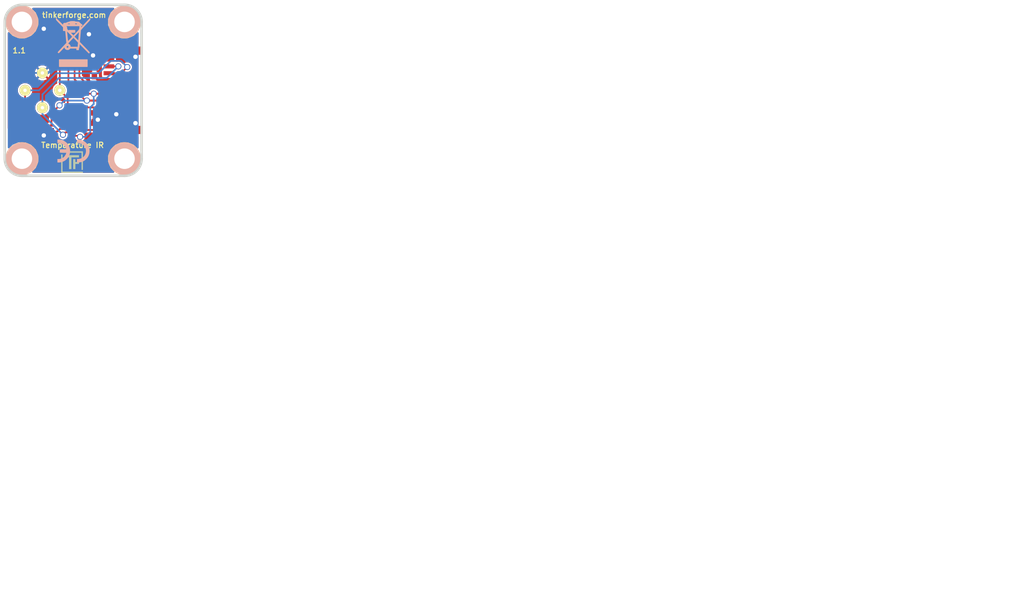
<source format=kicad_pcb>
(kicad_pcb (version 4) (host pcbnew 4.0.7-e2-6376~58~ubuntu17.04.1)
  (title_block (title "Temperature IR Bricklet") (date "18 jan 2013") (rev 1.1) (company "Tinkerforge GmbH") (comment 1 "Licensed under CERN OHL v.1.1") (comment 2 "Copyright (©) 2011, B.Nordmeyer <bastian@tinkerforge.com>"))
  (layers (0 Vorderseite signal) (31 Rückseite signal hide) (34 B.Paste user) (35 F.Paste user) (36 B.SilkS user) (37 F.SilkS user) (38 B.Mask user) (39 F.Mask user) (44 Edge.Cuts user))
  (net 0 "")
  (net 1 GND)
  (net 2 SCL)
  (net 3 SCL2)
  (net 4 SDA)
  (net 5 SDA2)
  (net 6 VCC)
  (net 7 "Net-(P1-Pad1)")
  (net 8 "Net-(P1-Pad6)")
  (net 9 "Net-(P1-Pad7)")
  (net 10 "Net-(P1-Pad10)")
  (net 11 "Net-(U3-Pad7)")
  (module kicad-libraries:R0603 (layer Vorderseite) (at 147.6502 88.34882 90)
    (fp_text reference R1)
    (fp_text value 10k)
    (pad 1 smd rect (at -0.8001 0 90) (size 0.8001 0.8001) (layers Vorderseite F.Paste F.Mask) (net 9 "Net-(P1-Pad7)"))
    (pad 2 smd rect (at 0.8001 0 90) (size 0.8001 0.8001) (layers Vorderseite F.Paste F.Mask) (net 1 GND))
  )
  (module kicad-libraries:C0603 (layer Vorderseite) (at 139.44854 84.44992 270)
    (fp_text reference C3)
    (fp_text value 100nF)
    (pad 1 smd rect (at -0.8001 0 270) (size 0.8001 0.8001) (layers Vorderseite F.Paste F.Mask) (net 1 GND))
    (pad 2 smd rect (at 0.8001 0 270) (size 0.8001 0.8001) (layers Vorderseite F.Paste F.Mask) (net 6 VCC))
  )
  (module kicad-libraries:C0603 (layer Vorderseite) (at 146.7485 94.4499)
    (fp_text reference C2)
    (fp_text value 100nF)
    (pad 1 smd rect (at -0.8001 0) (size 0.8001 0.8001) (layers Vorderseite F.Paste F.Mask) (net 6 VCC))
    (pad 2 smd rect (at 0.8001 0) (size 0.8001 0.8001) (layers Vorderseite F.Paste F.Mask) (net 1 GND))
  )
  (module kicad-libraries:C0603 (layer Vorderseite) (at 146.7485 95.95104)
    (fp_text reference C1)
    (fp_text value 100nF)
    (pad 1 smd rect (at -0.8001 0) (size 0.8001 0.8001) (layers Vorderseite F.Paste F.Mask) (net 6 VCC))
    (pad 2 smd rect (at 0.8001 0) (size 0.8001 0.8001) (layers Vorderseite F.Paste F.Mask) (net 1 GND))
  )
  (module kicad-libraries:DRILL_NP (layer Vorderseite) (at 152.05202 101.14788 90)
    (fp_text reference U7 hide)
    (fp_text value DRILL hide)
    (pad "" np_thru_hole circle (at 0 0 90) (size 2.99974 2.99974) (drill 2.99974) (layers *.Cu *.Mask F.SilkS) (clearance 0.89916))
  )
  (module kicad-libraries:DRILL_NP (layer Vorderseite) (at 152.05202 81.14792)
    (fp_text reference U6 hide)
    (fp_text value DRILL hide)
    (pad "" np_thru_hole circle (at 0 0) (size 2.99974 2.99974) (drill 2.99974) (layers *.Cu *.Mask F.SilkS) (clearance 0.89916))
  )
  (module kicad-libraries:DRILL_NP (layer Vorderseite) (at 137.05078 81.14792 90)
    (fp_text reference U5 hide)
    (fp_text value DRILL hide)
    (pad "" np_thru_hole circle (at 0 0 90) (size 2.99974 2.99974) (drill 2.99974) (layers *.Cu *.Mask F.SilkS) (clearance 0.89916))
  )
  (module kicad-libraries:DRILL_NP (layer Vorderseite) (at 137.05078 101.14788)
    (fp_text reference U4 hide)
    (fp_text value DRILL hide)
    (pad "" np_thru_hole circle (at 0 0) (size 2.99974 2.99974) (drill 2.99974) (layers *.Cu *.Mask F.SilkS) (clearance 0.89916))
  )
  (module kicad-libraries:CE_5mm (layer Rückseite) (at 144.55 100.025 180)
    (fp_text reference VAL hide)
    (fp_text value CE_5mm hide)
  )
  (module kicad-libraries:WEEE_7mm (layer Rückseite) (at 144.55 84.15 180)
    (fp_text reference VAL hide)
    (fp_text value WEEE_7mm hide)
  )
  (module kicad-libraries:TSSOP8 (layer Vorderseite) (at 143.94942 84.44992 90)
    (fp_text reference U3)
    (fp_text value M24C64)
    (pad 1 smd rect (at -0.97282 2.89814 270) (size 0.39878 1.29794) (layers Vorderseite F.Paste F.Mask) (net 1 GND))
    (pad 2 smd rect (at -0.32258 2.89814 270) (size 0.39878 1.29794) (layers Vorderseite F.Paste F.Mask) (net 1 GND))
    (pad 3 smd rect (at 0.32258 2.89814 270) (size 0.39878 1.29794) (layers Vorderseite F.Paste F.Mask) (net 8 "Net-(P1-Pad6)"))
    (pad 4 smd rect (at 0.97282 2.89814 270) (size 0.39878 1.29794) (layers Vorderseite F.Paste F.Mask) (net 1 GND))
    (pad 5 smd rect (at 0.97282 -2.89814 90) (size 0.39878 1.29794) (layers Vorderseite F.Paste F.Mask) (net 4 SDA))
    (pad 6 smd rect (at 0.32258 -2.89814 90) (size 0.39878 1.29794) (layers Vorderseite F.Paste F.Mask) (net 2 SCL))
    (pad 7 smd rect (at -0.32258 -2.89814 90) (size 0.39878 1.29794) (layers Vorderseite F.Paste F.Mask) (net 11 "Net-(U3-Pad7)"))
    (pad 8 smd rect (at -0.97282 -2.89814 90) (size 0.39878 1.29794) (layers Vorderseite F.Paste F.Mask) (net 6 VCC))
  )
  (module kicad-libraries:VSSOP8 (layer Vorderseite) (at 142.748 97.05086 270)
    (fp_text reference U1)
    (fp_text value NC7WB66K8X)
    (pad 1 smd rect (at -0.7493 1.37414 90) (size 0.29972 0.7493) (layers Vorderseite F.Paste F.Mask) (net 2 SCL))
    (pad 2 smd rect (at -0.24892 1.37414 90) (size 0.29972 0.7493) (layers Vorderseite F.Paste F.Mask) (net 3 SCL2))
    (pad 3 smd rect (at 0.24892 1.37414 90) (size 0.29972 0.7493) (layers Vorderseite F.Paste F.Mask) (net 9 "Net-(P1-Pad7)"))
    (pad 4 smd rect (at 0.7493 1.37414 90) (size 0.29972 0.7493) (layers Vorderseite F.Paste F.Mask) (net 1 GND))
    (pad 5 smd rect (at 0.7493 -1.37414 270) (size 0.29972 0.7493) (layers Vorderseite F.Paste F.Mask) (net 4 SDA))
    (pad 6 smd rect (at 0.24892 -1.37414 270) (size 0.29972 0.7493) (layers Vorderseite F.Paste F.Mask) (net 5 SDA2))
    (pad 7 smd rect (at -0.24892 -1.37414 270) (size 0.29972 0.7493) (layers Vorderseite F.Paste F.Mask) (net 9 "Net-(P1-Pad7)"))
    (pad 8 smd rect (at -0.7493 -1.37414 270) (size 0.29972 0.7493) (layers Vorderseite F.Paste F.Mask) (net 6 VCC))
  )
  (module kicad-libraries:Fiducial_Mark (layer Vorderseite) (at 135.94842 97.6503)
    (fp_text reference Fiducial_Mark hide)
    (fp_text value VAL** hide)
    (pad 1 smd circle (at 0 0) (size 1.00076 1.00076) (layers Vorderseite F.Paste F.Mask) (clearance 0.65024))
  )
  (module kicad-libraries:Fiducial_Mark (layer Vorderseite) (at 148.3487 81.84896)
    (fp_text reference Fiducial_Mark hide)
    (fp_text value VAL** hide)
    (pad 1 smd circle (at 0 0) (size 1.00076 1.00076) (layers Vorderseite F.Paste F.Mask) (clearance 0.65024))
  )
  (module kicad-libraries:Logo_31x31 (layer Vorderseite) (at 142.80134 100.07346)
    (fp_text reference Ref** hide)
    (fp_text value Val** hide)
  )
  (module kicad-libraries:CON-SENSOR (layer Vorderseite) (at 154.54884 91.1479 90)
    (fp_text reference P1)
    (fp_text value CON-SENSOR)
    (pad 1 smd rect (at -4.50088 -4.7752 90) (size 0.59944 1.5494) (layers Vorderseite F.Paste F.Mask) (net 7 "Net-(P1-Pad1)"))
    (pad 2 smd rect (at -3.50012 -4.7752 90) (size 0.59944 1.5494) (layers Vorderseite F.Paste F.Mask) (net 1 GND))
    (pad 3 smd rect (at -2.49936 -4.7752 90) (size 0.59944 1.5494) (layers Vorderseite F.Paste F.Mask) (net 6 VCC))
    (pad 4 smd rect (at -1.50114 -4.7752 90) (size 0.59944 1.5494) (layers Vorderseite F.Paste F.Mask) (net 2 SCL))
    (pad 5 smd rect (at -0.50038 -4.7752 90) (size 0.59944 1.5494) (layers Vorderseite F.Paste F.Mask) (net 4 SDA))
    (pad 6 smd rect (at 0.50038 -4.7752 90) (size 0.59944 1.5494) (layers Vorderseite F.Paste F.Mask) (net 8 "Net-(P1-Pad6)"))
    (pad 7 smd rect (at 1.50114 -4.7752 90) (size 0.59944 1.5494) (layers Vorderseite F.Paste F.Mask) (net 9 "Net-(P1-Pad7)"))
    (pad 8 smd rect (at 2.49936 -4.7752 90) (size 0.59944 1.5494) (layers Vorderseite F.Paste F.Mask) (net 3 SCL2))
    (pad 9 smd rect (at 3.50012 -4.7752 90) (size 0.59944 1.5494) (layers Vorderseite F.Paste F.Mask) (net 5 SDA2))
    (pad 10 smd rect (at 4.50088 -4.7752 90) (size 0.59944 1.5494) (layers Vorderseite F.Paste F.Mask) (net 10 "Net-(P1-Pad10)"))
    (pad EP smd rect (at -5.79882 -0.89916 90) (size 1.19888 1.80086) (layers Vorderseite F.Paste F.Mask) (net 1 GND))
    (pad EP smd rect (at 5.79882 -0.89916 90) (size 1.19888 1.80086) (layers Vorderseite F.Paste F.Mask) (net 1 GND))
  )
  (module kicad-libraries:TO-39 (layer Vorderseite) (at 140.04798 91.15044)
    (fp_text reference U2)
    (fp_text value MLX90614)
    (pad 4 thru_hole circle (at 0 -2.54) (size 1.6002 1.6002) (drill 0.50038) (layers *.Cu *.Mask F.SilkS) (net 1 GND))
    (pad 3 thru_hole circle (at 2.54 0) (size 1.6002 1.6002) (drill 0.50038) (layers *.Cu *.Mask F.SilkS) (net 6 VCC))
    (pad 2 thru_hole circle (at 0 2.54) (size 1.6002 1.6002) (drill 0.50038) (layers *.Cu *.Mask F.SilkS) (net 5 SDA2))
    (pad 1 thru_hole circle (at -2.54 0) (size 1.6002 1.6002) (drill 0.50038) (layers *.Cu *.Mask F.SilkS) (net 3 SCL2))
  )
  (gr_text 1.1 (at 136.652 85.32368) (layer F.SilkS) (effects (font (size 0.8001 0.8001) (thickness 0.14986))))
  (gr_text tinkerforge.com (at 144.67586 80.14716) (layer F.SilkS) (effects (font (size 0.8001 0.8001) (thickness 0.14986))))
  (gr_text "Temperature IR" (at 144.45234 99.17176) (layer F.SilkS) (effects (font (size 0.8001 0.8001) (thickness 0.14986))))
  (gr_line (start 137.04824 103.64724) (end 152.04948 103.64724) (angle 90) (layer Edge.Cuts) (width 0.381))
  (gr_line (start 134.54888 81.14792) (end 134.54888 101.14788) (angle 90) (layer Edge.Cuts) (width 0.381))
  (gr_line (start 137.04824 78.64856) (end 152.04948 78.64856) (angle 90) (layer Edge.Cuts) (width 0.381))
  (gr_line (start 154.54884 101.14788) (end 154.54884 81.14792) (angle 90) (layer Edge.Cuts) (width 0.381))
  (gr_arc (start 137.04824 81.14792) (end 134.54888 81.14792) (angle 90) (layer Edge.Cuts) (width 0.381))
  (gr_arc (start 137.04824 101.14788) (end 137.04824 103.64724) (angle 90) (layer Edge.Cuts) (width 0.381))
  (gr_arc (start 152.04948 101.14788) (end 154.54884 101.14788) (angle 90) (layer Edge.Cuts) (width 0.381))
  (gr_arc (start 152.04948 81.14792) (end 152.04948 78.64856) (angle 90) (layer Edge.Cuts) (width 0.381))
  (segment (start 146.84756 83.47456) (end 146.84756 82.95132) (width 0.29972) (layer Vorderseite) (net 1))
  (segment (start 148.65096 94.64802) (end 148.15058 95.1484) (width 0.24892) (layer Vorderseite) (net 1))
  (segment (start 147.35048 95.44812) (end 148.15058 95.44812) (width 0.24892) (layer Vorderseite) (net 1))
  (segment (start 146.84756 85.4456) (end 146.84756 85.4202) (width 0.29972) (layer Vorderseite) (net 1))
  (segment (start 140.05052 88.6079) (end 140.88872 88.6079) (width 0.29972) (layer Rückseite) (net 1))
  (segment (start 146.84756 84.76996) (end 146.84756 85.4202) (width 0.29972) (layer Vorderseite) (net 1))
  (segment (start 135.95096 89.6493) (end 136.99236 88.6079) (width 0.24892) (layer Rückseite) (net 1))
  (segment (start 136.99236 88.6079) (end 140.05052 88.6079) (width 0.24892) (layer Rückseite) (net 1))
  (segment (start 140.30198 97.79762) (end 140.25118 97.74682) (width 0.24892) (layer Vorderseite) (net 1))
  (via (at 140.25118 97.74682) (size 0.889) (layers Vorderseite Rückseite) (net 1))
  (segment (start 147.02028 85.24748) (end 146.84756 85.4202) (width 0.29972) (layer Vorderseite) (net 1))
  (segment (start 135.95096 93.4466) (end 135.95096 89.6493) (width 0.24892) (layer Rückseite) (net 1))
  (segment (start 149.77364 94.64802) (end 150.8506 94.64802) (width 0.24892) (layer Vorderseite) (net 1))
  (segment (start 140.25118 97.74682) (end 135.95096 93.4466) (width 0.24892) (layer Rückseite) (net 1))
  (segment (start 148.54936 85.24748) (end 147.02028 85.24748) (width 0.29972) (layer Vorderseite) (net 1))
  (segment (start 139.45108 83.64728) (end 139.44854 83.64728) (width 0.29972) (layer Vorderseite) (net 1))
  (segment (start 139.44854 82.94878) (end 139.44854 83.64728) (width 0.29972) (layer Vorderseite) (net 1))
  (segment (start 146.84756 85.4456) (end 147.44954 86.04758) (width 0.29972) (layer Vorderseite) (net 1))
  (segment (start 141.3764 97.79762) (end 140.30198 97.79762) (width 0.24892) (layer Vorderseite) (net 1))
  (segment (start 140.24864 82.14868) (end 139.44854 82.94878) (width 0.29972) (layer Vorderseite) (net 1))
  (segment (start 146.8501 82.94878) (end 143.85036 82.94878) (width 0.29972) (layer Rückseite) (net 1))
  (via (at 150.8506 94.64802) (size 0.889) (layers Vorderseite Rückseite) (net 1))
  (segment (start 152.84958 86.24824) (end 153.64968 86.24824) (width 0.29972) (layer Rückseite) (net 1))
  (segment (start 151.95042 85.34908) (end 152.84958 86.24824) (width 0.29972) (layer Rückseite) (net 1))
  (segment (start 151.24938 85.34908) (end 151.95042 85.34908) (width 0.29972) (layer Rückseite) (net 1))
  (segment (start 148.84908 82.94878) (end 151.24938 85.34908) (width 0.29972) (layer Rückseite) (net 1))
  (segment (start 146.8501 82.94878) (end 148.84908 82.94878) (width 0.29972) (layer Rückseite) (net 1))
  (segment (start 148.65096 94.64802) (end 149.77364 94.64802) (width 0.24892) (layer Vorderseite) (net 1))
  (segment (start 140.88872 88.6079) (end 143.44904 86.04758) (width 0.29972) (layer Rückseite) (net 1))
  (segment (start 146.84756 82.95132) (end 146.8501 82.94878) (width 0.29972) (layer Vorderseite) (net 1))
  (segment (start 143.44904 83.3501) (end 143.85036 82.94878) (width 0.29972) (layer Rückseite) (net 1))
  (via (at 148.15058 95.44812) (size 0.889) (layers Vorderseite Rückseite) (net 1))
  (via (at 147.44954 86.04758) (size 0.889) (layers Vorderseite Rückseite) (net 1))
  (segment (start 148.15058 95.1484) (end 148.15058 95.44812) (width 0.24892) (layer Vorderseite) (net 1))
  (segment (start 143.44904 86.04758) (end 143.44904 83.3501) (width 0.29972) (layer Rückseite) (net 1))
  (segment (start 143.85036 82.94878) (end 141.04874 82.94878) (width 0.29972) (layer Rückseite) (net 1))
  (segment (start 150.8506 94.64802) (end 152.15108 95.9485) (width 0.24892) (layer Rückseite) (net 1))
  (segment (start 152.15108 95.9485) (end 153.64968 95.9485) (width 0.24892) (layer Rückseite) (net 1))
  (segment (start 143.44904 86.04758) (end 147.44954 86.04758) (width 0.29972) (layer Rückseite) (net 1))
  (via (at 146.8501 82.94878) (size 0.889) (layers Vorderseite Rückseite) (net 1))
  (via (at 140.24864 82.14868) (size 0.889) (layers Vorderseite Rückseite) (net 1))
  (segment (start 141.04874 82.94878) (end 140.24864 82.14868) (width 0.29972) (layer Rückseite) (net 1))
  (segment (start 147.6502 86.24824) (end 147.44954 86.04758) (width 0.29972) (layer Vorderseite) (net 1))
  (segment (start 147.6502 87.54872) (end 147.6502 86.24824) (width 0.29972) (layer Vorderseite) (net 1))
  (via (at 153.64968 86.24824) (size 0.889) (layers Vorderseite Rückseite) (net 1))
  (segment (start 153.64968 86.24824) (end 153.64968 95.9485) (width 0.29972) (layer Rückseite) (net 1))
  (via (at 153.64968 95.9485) (size 0.889) (layers Vorderseite Rückseite) (net 1))
  (segment (start 153.64968 95.9485) (end 153.64968 96.94672) (width 0.29972) (layer Vorderseite) (net 1))
  (segment (start 153.64968 85.34908) (end 153.64968 86.24824) (width 0.29972) (layer Vorderseite) (net 1))
  (segment (start 147.5486 94.4499) (end 147.5486 95.95104) (width 0.24892) (layer Vorderseite) (net 1))
  (segment (start 141.3764 96.29902) (end 141.3764 94.52356) (width 0.24892) (layer Vorderseite) (net 2))
  (segment (start 146.55038 92.64904) (end 146.35226 92.64904) (width 0.24892) (layer Vorderseite) (net 2))
  (segment (start 142.55242 93.34754) (end 143.25092 92.64904) (width 0.24892) (layer Rückseite) (net 2))
  (via (at 142.55242 93.34754) (size 0.889) (layers Vorderseite Rückseite) (net 2))
  (segment (start 146.35226 92.64904) (end 143.85036 90.14714) (width 0.24892) (layer Vorderseite) (net 2))
  (segment (start 141.3764 94.52356) (end 142.55242 93.34754) (width 0.24892) (layer Vorderseite) (net 2))
  (via (at 146.55038 92.64904) (size 0.889) (layers Vorderseite Rückseite) (net 2))
  (segment (start 143.25092 92.64904) (end 146.55038 92.64904) (width 0.24892) (layer Rückseite) (net 2))
  (segment (start 149.77364 92.64904) (end 146.55038 92.64904) (width 0.29972) (layer Vorderseite) (net 2))
  (segment (start 143.85036 90.14714) (end 143.85036 85.24748) (width 0.24892) (layer Vorderseite) (net 2))
  (segment (start 143.85036 85.24748) (end 142.72768 84.1248) (width 0.24892) (layer Vorderseite) (net 2))
  (segment (start 142.72768 84.1248) (end 141.05128 84.1248) (width 0.24892) (layer Vorderseite) (net 2))
  (segment (start 149.77364 88.64854) (end 151.5491 88.64854) (width 0.24892) (layer Vorderseite) (net 3))
  (segment (start 151.5491 88.64854) (end 152.4508 87.74684) (width 0.24892) (layer Vorderseite) (net 3))
  (segment (start 150.05304 86.84768) (end 148.25218 88.64854) (width 0.24892) (layer Rückseite) (net 3))
  (segment (start 139.55014 91.1479) (end 137.51052 91.1479) (width 0.24892) (layer Rückseite) (net 3))
  (segment (start 142.0495 88.64854) (end 139.55014 91.1479) (width 0.24892) (layer Rückseite) (net 3))
  (segment (start 148.25218 88.64854) (end 142.0495 88.64854) (width 0.24892) (layer Rückseite) (net 3))
  (segment (start 152.4508 87.74684) (end 151.55164 86.84768) (width 0.24892) (layer Rückseite) (net 3))
  (segment (start 151.55164 86.84768) (end 150.05304 86.84768) (width 0.24892) (layer Rückseite) (net 3))
  (via (at 152.4508 87.74684) (size 0.889) (layers Vorderseite Rückseite) (net 3))
  (segment (start 137.51052 95.20682) (end 137.51052 91.1479) (width 0.24892) (layer Vorderseite) (net 3))
  (segment (start 139.1031 96.7994) (end 137.51052 95.20682) (width 0.24892) (layer Vorderseite) (net 3))
  (segment (start 141.3764 96.7994) (end 139.1031 96.7994) (width 0.24892) (layer Vorderseite) (net 3))
  (segment (start 144.75206 89.55024) (end 144.75206 84.7471) (width 0.24892) (layer Vorderseite) (net 4))
  (segment (start 146.8501 91.64828) (end 144.75206 89.55024) (width 0.24892) (layer Vorderseite) (net 4))
  (segment (start 149.77364 91.64828) (end 147.5486 91.64828) (width 0.29972) (layer Vorderseite) (net 4))
  (segment (start 143.47952 83.47456) (end 141.05128 83.47456) (width 0.24892) (layer Vorderseite) (net 4))
  (segment (start 147.5486 91.64828) (end 146.8501 91.64828) (width 0.24892) (layer Vorderseite) (net 4))
  (segment (start 144.75206 84.7471) (end 143.47952 83.47456) (width 0.24892) (layer Vorderseite) (net 4))
  (segment (start 147.05076 97.24644) (end 146.34718 97.95002) (width 0.24892) (layer Rückseite) (net 4))
  (segment (start 146.34718 97.95002) (end 145.54962 97.95002) (width 0.24892) (layer Rückseite) (net 4))
  (via (at 145.54962 97.95002) (size 0.889) (layers Vorderseite Rückseite) (net 4))
  (segment (start 145.54962 97.95002) (end 145.39976 97.80016) (width 0.24892) (layer Vorderseite) (net 4))
  (segment (start 145.39976 97.80016) (end 144.12214 97.80016) (width 0.24892) (layer Vorderseite) (net 4))
  (segment (start 147.5486 91.64828) (end 147.5486 93.15196) (width 0.24892) (layer Rückseite) (net 4))
  (segment (start 147.05076 93.6498) (end 147.5486 93.15196) (width 0.24892) (layer Rückseite) (net 4))
  (segment (start 147.05076 95.9485) (end 147.05076 93.6498) (width 0.24892) (layer Rückseite) (net 4))
  (via (at 147.5486 91.64828) (size 0.889) (layers Vorderseite Rückseite) (net 4))
  (segment (start 147.05076 95.9485) (end 147.05076 97.24644) (width 0.24892) (layer Rückseite) (net 4))
  (segment (start 151.15032 87.64778) (end 149.45106 89.34704) (width 0.24892) (layer Rückseite) (net 5))
  (via (at 151.15032 87.64778) (size 0.889) (layers Vorderseite Rückseite) (net 5))
  (segment (start 149.45106 89.34704) (end 142.45082 89.34704) (width 0.24892) (layer Rückseite) (net 5))
  (via (at 143.05026 97.64776) (size 0.889) (layers Vorderseite Rückseite) (net 5))
  (segment (start 142.45082 89.34704) (end 140.05052 91.74734) (width 0.24892) (layer Rückseite) (net 5))
  (segment (start 143.40078 97.29724) (end 143.05026 97.64776) (width 0.24892) (layer Vorderseite) (net 5))
  (segment (start 149.77364 87.64778) (end 151.15032 87.64778) (width 0.24892) (layer Vorderseite) (net 5))
  (segment (start 143.05026 97.64776) (end 140.05052 94.64802) (width 0.24892) (layer Rückseite) (net 5))
  (segment (start 140.05052 94.64802) (end 140.05052 93.6879) (width 0.24892) (layer Rückseite) (net 5))
  (segment (start 144.12468 97.29724) (end 143.40078 97.29724) (width 0.24892) (layer Vorderseite) (net 5))
  (segment (start 140.05052 91.74734) (end 140.05052 93.6879) (width 0.24892) (layer Rückseite) (net 5))
  (segment (start 145.59788 96.30156) (end 145.9484 95.95104) (width 0.24892) (layer Vorderseite) (net 6))
  (segment (start 144.12214 96.30156) (end 145.59788 96.30156) (width 0.24892) (layer Vorderseite) (net 6))
  (segment (start 145.9484 95.95104) (end 145.9484 94.4499) (width 0.24892) (layer Vorderseite) (net 6))
  (segment (start 146.35226 93.64726) (end 145.9484 94.05112) (width 0.24892) (layer Vorderseite) (net 6))
  (segment (start 145.9484 94.05112) (end 145.9484 94.4499) (width 0.24892) (layer Vorderseite) (net 6))
  (segment (start 149.77364 93.64726) (end 146.35226 93.64726) (width 0.24892) (layer Vorderseite) (net 6))
  (segment (start 145.04924 94.4499) (end 143.74876 93.14942) (width 0.24892) (layer Vorderseite) (net 6))
  (segment (start 143.74876 93.14942) (end 143.74876 92.31122) (width 0.24892) (layer Vorderseite) (net 6))
  (segment (start 143.74876 92.31122) (end 142.58798 91.15044) (width 0.24892) (layer Vorderseite) (net 6))
  (segment (start 145.9484 94.4499) (end 145.04924 94.4499) (width 0.24892) (layer Vorderseite) (net 6))
  (segment (start 142.58798 87.79002) (end 141.64818 86.85022) (width 0.24892) (layer Vorderseite) (net 6))
  (segment (start 141.64818 86.85022) (end 140.14958 86.85022) (width 0.24892) (layer Vorderseite) (net 6))
  (segment (start 140.14958 86.85022) (end 139.44854 86.14918) (width 0.24892) (layer Vorderseite) (net 6))
  (segment (start 139.44854 86.14918) (end 139.44854 85.25002) (width 0.24892) (layer Vorderseite) (net 6))
  (segment (start 142.58798 91.15044) (end 142.58798 87.79002) (width 0.24892) (layer Vorderseite) (net 6))
  (segment (start 139.84732 85.25002) (end 140.02004 85.42274) (width 0.24892) (layer Vorderseite) (net 6))
  (segment (start 140.02004 85.42274) (end 141.05128 85.42274) (width 0.24892) (layer Vorderseite) (net 6))
  (segment (start 139.44854 85.25002) (end 139.84732 85.25002) (width 0.24892) (layer Vorderseite) (net 6))
  (segment (start 145.77314 84.1248) (end 146.84756 84.1248) (width 0.24892) (layer Vorderseite) (net 8))
  (segment (start 145.45056 89.14638) (end 145.45056 84.44738) (width 0.24892) (layer Vorderseite) (net 8))
  (segment (start 145.45056 84.44738) (end 145.77314 84.1248) (width 0.24892) (layer Vorderseite) (net 8))
  (segment (start 146.9517 90.64752) (end 145.45056 89.14638) (width 0.24892) (layer Vorderseite) (net 8))
  (segment (start 149.77364 90.64752) (end 146.9517 90.64752) (width 0.24892) (layer Vorderseite) (net 8))
  (segment (start 151.45004 89.64676) (end 149.77364 89.64676) (width 0.24892) (layer Vorderseite) (net 9))
  (segment (start 152.15108 95.44812) (end 152.15108 90.3478) (width 0.24892) (layer Vorderseite) (net 9))
  (segment (start 152.15108 90.3478) (end 151.45004 89.64676) (width 0.24892) (layer Vorderseite) (net 9))
  (segment (start 146.9517 96.94926) (end 150.64994 96.94926) (width 0.24892) (layer Vorderseite) (net 9))
  (segment (start 150.64994 96.94926) (end 152.15108 95.44812) (width 0.24892) (layer Vorderseite) (net 9))
  (segment (start 148.14804 89.64676) (end 147.6502 89.14892) (width 0.29972) (layer Vorderseite) (net 9))
  (segment (start 144.12468 96.7994) (end 142.60068 96.7994) (width 0.24892) (layer Vorderseite) (net 9))
  (segment (start 142.60068 96.7994) (end 142.25016 97.14992) (width 0.24892) (layer Vorderseite) (net 9))
  (segment (start 142.25016 97.14992) (end 142.14856 97.14992) (width 0.24892) (layer Vorderseite) (net 9))
  (segment (start 142.14856 97.14992) (end 142.00124 97.29724) (width 0.24892) (layer Vorderseite) (net 9))
  (segment (start 142.00124 97.29724) (end 141.3764 97.29724) (width 0.24892) (layer Vorderseite) (net 9))
  (segment (start 144.12468 96.7994) (end 144.80032 96.7994) (width 0.24892) (layer Vorderseite) (net 9))
  (segment (start 149.77364 89.64676) (end 148.14804 89.64676) (width 0.29972) (layer Vorderseite) (net 9))
  (segment (start 144.95018 96.94926) (end 144.80032 96.7994) (width 0.24892) (layer Vorderseite) (net 9))
  (segment (start 146.9517 96.94926) (end 144.95018 96.94926) (width 0.24892) (layer Vorderseite) (net 9))
  (zone (net 1) (net_name GND) (layer Rückseite) (connect_pads (clearance 0.24892)) (min_thickness 0.24892) (fill yes (arc_segments 16) (thermal_gap 0.29972) (thermal_bridge_width 0.29972))
    (polygon (pts (xy 154.54884 103.64724) (xy 154.54884 78.64856) (xy 134.54888 78.64856) (xy 134.54888 103.64724)))
  )
  (zone (net 1) (net_name GND) (layer Vorderseite) (connect_pads (clearance 0.24892)) (min_thickness 0.24892) (fill yes (arc_segments 16) (thermal_gap 0.29972) (thermal_bridge_width 0.29972))
    (polygon (pts (xy 154.54884 103.64724) (xy 154.54884 78.64856) (xy 134.54888 78.64856) (xy 134.54888 103.64724)))
  )
)
</source>
